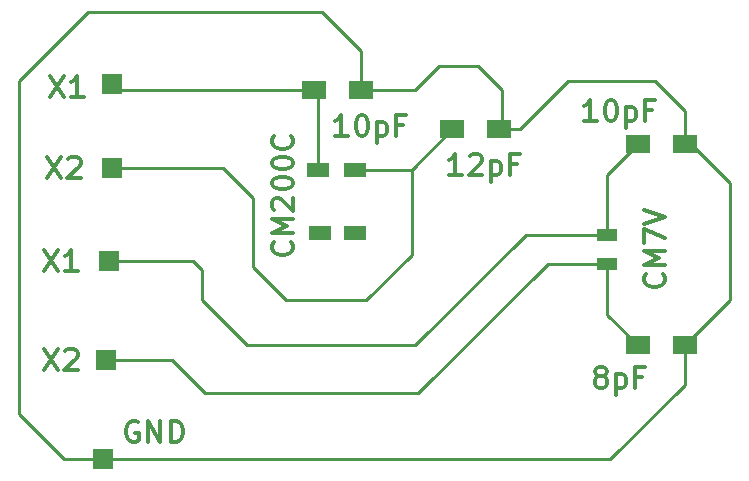
<source format=gbr>
G04 #@! TF.FileFunction,Copper,L1,Top,Signal*
%FSLAX46Y46*%
G04 Gerber Fmt 4.6, Leading zero omitted, Abs format (unit mm)*
G04 Created by KiCad (PCBNEW 4.0.7) date 04/13/18 15:40:30*
%MOMM*%
%LPD*%
G01*
G04 APERTURE LIST*
%ADD10C,0.100000*%
%ADD11C,0.300000*%
%ADD12R,2.000000X1.600000*%
%ADD13R,1.900000X1.300000*%
%ADD14R,1.800000X1.100000*%
%ADD15R,1.700000X1.700000*%
%ADD16C,0.250000*%
G04 APERTURE END LIST*
D10*
D11*
X145948572Y-128386000D02*
X145777143Y-128300286D01*
X145520000Y-128300286D01*
X145262857Y-128386000D01*
X145091429Y-128557429D01*
X145005714Y-128728857D01*
X144920000Y-129071714D01*
X144920000Y-129328857D01*
X145005714Y-129671714D01*
X145091429Y-129843143D01*
X145262857Y-130014571D01*
X145520000Y-130100286D01*
X145691429Y-130100286D01*
X145948572Y-130014571D01*
X146034286Y-129928857D01*
X146034286Y-129328857D01*
X145691429Y-129328857D01*
X146805714Y-130100286D02*
X146805714Y-128300286D01*
X147834286Y-130100286D01*
X147834286Y-128300286D01*
X148691428Y-130100286D02*
X148691428Y-128300286D01*
X149120000Y-128300286D01*
X149377143Y-128386000D01*
X149548571Y-128557429D01*
X149634286Y-128728857D01*
X149720000Y-129071714D01*
X149720000Y-129328857D01*
X149634286Y-129671714D01*
X149548571Y-129843143D01*
X149377143Y-130014571D01*
X149120000Y-130100286D01*
X148691428Y-130100286D01*
X137988857Y-122204286D02*
X139188857Y-124004286D01*
X139188857Y-122204286D02*
X137988857Y-124004286D01*
X139788857Y-122375714D02*
X139874571Y-122290000D01*
X140046000Y-122204286D01*
X140474571Y-122204286D01*
X140646000Y-122290000D01*
X140731714Y-122375714D01*
X140817429Y-122547143D01*
X140817429Y-122718571D01*
X140731714Y-122975714D01*
X139703143Y-124004286D01*
X140817429Y-124004286D01*
X137988857Y-113822286D02*
X139188857Y-115622286D01*
X139188857Y-113822286D02*
X137988857Y-115622286D01*
X140817429Y-115622286D02*
X139788857Y-115622286D01*
X140303143Y-115622286D02*
X140303143Y-113822286D01*
X140131714Y-114079429D01*
X139960286Y-114250857D01*
X139788857Y-114336571D01*
X138242857Y-105948286D02*
X139442857Y-107748286D01*
X139442857Y-105948286D02*
X138242857Y-107748286D01*
X140042857Y-106119714D02*
X140128571Y-106034000D01*
X140300000Y-105948286D01*
X140728571Y-105948286D01*
X140900000Y-106034000D01*
X140985714Y-106119714D01*
X141071429Y-106291143D01*
X141071429Y-106462571D01*
X140985714Y-106719714D01*
X139957143Y-107748286D01*
X141071429Y-107748286D01*
X138496857Y-99090286D02*
X139696857Y-100890286D01*
X139696857Y-99090286D02*
X138496857Y-100890286D01*
X141325429Y-100890286D02*
X140296857Y-100890286D01*
X140811143Y-100890286D02*
X140811143Y-99090286D01*
X140639714Y-99347429D01*
X140468286Y-99518857D01*
X140296857Y-99604571D01*
X173331429Y-107494286D02*
X172302857Y-107494286D01*
X172817143Y-107494286D02*
X172817143Y-105694286D01*
X172645714Y-105951429D01*
X172474286Y-106122857D01*
X172302857Y-106208571D01*
X174017143Y-105865714D02*
X174102857Y-105780000D01*
X174274286Y-105694286D01*
X174702857Y-105694286D01*
X174874286Y-105780000D01*
X174960000Y-105865714D01*
X175045715Y-106037143D01*
X175045715Y-106208571D01*
X174960000Y-106465714D01*
X173931429Y-107494286D01*
X175045715Y-107494286D01*
X175817143Y-106294286D02*
X175817143Y-108094286D01*
X175817143Y-106380000D02*
X175988572Y-106294286D01*
X176331429Y-106294286D01*
X176502858Y-106380000D01*
X176588572Y-106465714D01*
X176674286Y-106637143D01*
X176674286Y-107151429D01*
X176588572Y-107322857D01*
X176502858Y-107408571D01*
X176331429Y-107494286D01*
X175988572Y-107494286D01*
X175817143Y-107408571D01*
X178045714Y-106551429D02*
X177445714Y-106551429D01*
X177445714Y-107494286D02*
X177445714Y-105694286D01*
X178302857Y-105694286D01*
X163679429Y-104192286D02*
X162650857Y-104192286D01*
X163165143Y-104192286D02*
X163165143Y-102392286D01*
X162993714Y-102649429D01*
X162822286Y-102820857D01*
X162650857Y-102906571D01*
X164793715Y-102392286D02*
X164965143Y-102392286D01*
X165136572Y-102478000D01*
X165222286Y-102563714D01*
X165308000Y-102735143D01*
X165393715Y-103078000D01*
X165393715Y-103506571D01*
X165308000Y-103849429D01*
X165222286Y-104020857D01*
X165136572Y-104106571D01*
X164965143Y-104192286D01*
X164793715Y-104192286D01*
X164622286Y-104106571D01*
X164536572Y-104020857D01*
X164450857Y-103849429D01*
X164365143Y-103506571D01*
X164365143Y-103078000D01*
X164450857Y-102735143D01*
X164536572Y-102563714D01*
X164622286Y-102478000D01*
X164793715Y-102392286D01*
X166165143Y-102992286D02*
X166165143Y-104792286D01*
X166165143Y-103078000D02*
X166336572Y-102992286D01*
X166679429Y-102992286D01*
X166850858Y-103078000D01*
X166936572Y-103163714D01*
X167022286Y-103335143D01*
X167022286Y-103849429D01*
X166936572Y-104020857D01*
X166850858Y-104106571D01*
X166679429Y-104192286D01*
X166336572Y-104192286D01*
X166165143Y-104106571D01*
X168393714Y-103249429D02*
X167793714Y-103249429D01*
X167793714Y-104192286D02*
X167793714Y-102392286D01*
X168650857Y-102392286D01*
X158884857Y-113162857D02*
X158970571Y-113248571D01*
X159056286Y-113505714D01*
X159056286Y-113677143D01*
X158970571Y-113934286D01*
X158799143Y-114105714D01*
X158627714Y-114191429D01*
X158284857Y-114277143D01*
X158027714Y-114277143D01*
X157684857Y-114191429D01*
X157513429Y-114105714D01*
X157342000Y-113934286D01*
X157256286Y-113677143D01*
X157256286Y-113505714D01*
X157342000Y-113248571D01*
X157427714Y-113162857D01*
X159056286Y-112391429D02*
X157256286Y-112391429D01*
X158542000Y-111791429D01*
X157256286Y-111191429D01*
X159056286Y-111191429D01*
X157427714Y-110420000D02*
X157342000Y-110334286D01*
X157256286Y-110162857D01*
X157256286Y-109734286D01*
X157342000Y-109562857D01*
X157427714Y-109477143D01*
X157599143Y-109391428D01*
X157770571Y-109391428D01*
X158027714Y-109477143D01*
X159056286Y-110505714D01*
X159056286Y-109391428D01*
X157256286Y-108277142D02*
X157256286Y-108105714D01*
X157342000Y-107934285D01*
X157427714Y-107848571D01*
X157599143Y-107762857D01*
X157942000Y-107677142D01*
X158370571Y-107677142D01*
X158713429Y-107762857D01*
X158884857Y-107848571D01*
X158970571Y-107934285D01*
X159056286Y-108105714D01*
X159056286Y-108277142D01*
X158970571Y-108448571D01*
X158884857Y-108534285D01*
X158713429Y-108620000D01*
X158370571Y-108705714D01*
X157942000Y-108705714D01*
X157599143Y-108620000D01*
X157427714Y-108534285D01*
X157342000Y-108448571D01*
X157256286Y-108277142D01*
X157256286Y-106562856D02*
X157256286Y-106391428D01*
X157342000Y-106219999D01*
X157427714Y-106134285D01*
X157599143Y-106048571D01*
X157942000Y-105962856D01*
X158370571Y-105962856D01*
X158713429Y-106048571D01*
X158884857Y-106134285D01*
X158970571Y-106219999D01*
X159056286Y-106391428D01*
X159056286Y-106562856D01*
X158970571Y-106734285D01*
X158884857Y-106819999D01*
X158713429Y-106905714D01*
X158370571Y-106991428D01*
X157942000Y-106991428D01*
X157599143Y-106905714D01*
X157427714Y-106819999D01*
X157342000Y-106734285D01*
X157256286Y-106562856D01*
X158884857Y-104162856D02*
X158970571Y-104248570D01*
X159056286Y-104505713D01*
X159056286Y-104677142D01*
X158970571Y-104934285D01*
X158799143Y-105105713D01*
X158627714Y-105191428D01*
X158284857Y-105277142D01*
X158027714Y-105277142D01*
X157684857Y-105191428D01*
X157513429Y-105105713D01*
X157342000Y-104934285D01*
X157256286Y-104677142D01*
X157256286Y-104505713D01*
X157342000Y-104248570D01*
X157427714Y-104162856D01*
X190380857Y-115892000D02*
X190466571Y-115977714D01*
X190552286Y-116234857D01*
X190552286Y-116406286D01*
X190466571Y-116663429D01*
X190295143Y-116834857D01*
X190123714Y-116920572D01*
X189780857Y-117006286D01*
X189523714Y-117006286D01*
X189180857Y-116920572D01*
X189009429Y-116834857D01*
X188838000Y-116663429D01*
X188752286Y-116406286D01*
X188752286Y-116234857D01*
X188838000Y-115977714D01*
X188923714Y-115892000D01*
X190552286Y-115120572D02*
X188752286Y-115120572D01*
X190038000Y-114520572D01*
X188752286Y-113920572D01*
X190552286Y-113920572D01*
X188752286Y-113234857D02*
X188752286Y-112034857D01*
X190552286Y-112806286D01*
X188752286Y-111606285D02*
X190552286Y-111006285D01*
X188752286Y-110406285D01*
X184932857Y-124499714D02*
X184761429Y-124414000D01*
X184675714Y-124328286D01*
X184590000Y-124156857D01*
X184590000Y-124071143D01*
X184675714Y-123899714D01*
X184761429Y-123814000D01*
X184932857Y-123728286D01*
X185275714Y-123728286D01*
X185447143Y-123814000D01*
X185532857Y-123899714D01*
X185618572Y-124071143D01*
X185618572Y-124156857D01*
X185532857Y-124328286D01*
X185447143Y-124414000D01*
X185275714Y-124499714D01*
X184932857Y-124499714D01*
X184761429Y-124585429D01*
X184675714Y-124671143D01*
X184590000Y-124842571D01*
X184590000Y-125185429D01*
X184675714Y-125356857D01*
X184761429Y-125442571D01*
X184932857Y-125528286D01*
X185275714Y-125528286D01*
X185447143Y-125442571D01*
X185532857Y-125356857D01*
X185618572Y-125185429D01*
X185618572Y-124842571D01*
X185532857Y-124671143D01*
X185447143Y-124585429D01*
X185275714Y-124499714D01*
X186390000Y-124328286D02*
X186390000Y-126128286D01*
X186390000Y-124414000D02*
X186561429Y-124328286D01*
X186904286Y-124328286D01*
X187075715Y-124414000D01*
X187161429Y-124499714D01*
X187247143Y-124671143D01*
X187247143Y-125185429D01*
X187161429Y-125356857D01*
X187075715Y-125442571D01*
X186904286Y-125528286D01*
X186561429Y-125528286D01*
X186390000Y-125442571D01*
X188618571Y-124585429D02*
X188018571Y-124585429D01*
X188018571Y-125528286D02*
X188018571Y-123728286D01*
X188875714Y-123728286D01*
X184761429Y-102922286D02*
X183732857Y-102922286D01*
X184247143Y-102922286D02*
X184247143Y-101122286D01*
X184075714Y-101379429D01*
X183904286Y-101550857D01*
X183732857Y-101636571D01*
X185875715Y-101122286D02*
X186047143Y-101122286D01*
X186218572Y-101208000D01*
X186304286Y-101293714D01*
X186390000Y-101465143D01*
X186475715Y-101808000D01*
X186475715Y-102236571D01*
X186390000Y-102579429D01*
X186304286Y-102750857D01*
X186218572Y-102836571D01*
X186047143Y-102922286D01*
X185875715Y-102922286D01*
X185704286Y-102836571D01*
X185618572Y-102750857D01*
X185532857Y-102579429D01*
X185447143Y-102236571D01*
X185447143Y-101808000D01*
X185532857Y-101465143D01*
X185618572Y-101293714D01*
X185704286Y-101208000D01*
X185875715Y-101122286D01*
X187247143Y-101722286D02*
X187247143Y-103522286D01*
X187247143Y-101808000D02*
X187418572Y-101722286D01*
X187761429Y-101722286D01*
X187932858Y-101808000D01*
X188018572Y-101893714D01*
X188104286Y-102065143D01*
X188104286Y-102579429D01*
X188018572Y-102750857D01*
X187932858Y-102836571D01*
X187761429Y-102922286D01*
X187418572Y-102922286D01*
X187247143Y-102836571D01*
X189475714Y-101979429D02*
X188875714Y-101979429D01*
X188875714Y-102922286D02*
X188875714Y-101122286D01*
X189732857Y-101122286D01*
D12*
X160814000Y-100330000D03*
X164814000Y-100330000D03*
X172498000Y-103632000D03*
X176498000Y-103632000D03*
X188246000Y-104902000D03*
X192246000Y-104902000D03*
X188246000Y-121920000D03*
X192246000Y-121920000D03*
D13*
X161214000Y-107028000D03*
X164314000Y-107028000D03*
X161314000Y-112428000D03*
X164314000Y-112428000D03*
D14*
X185674000Y-112592000D03*
X185674000Y-114992000D03*
D15*
X143764000Y-106934000D03*
X143510000Y-114808000D03*
X143256000Y-123190000D03*
X143002000Y-131572000D03*
X143764000Y-99822000D03*
D16*
X160814000Y-100330000D02*
X144272000Y-100330000D01*
X144272000Y-100330000D02*
X143764000Y-99822000D01*
X161214000Y-107028000D02*
X161214000Y-100730000D01*
X161214000Y-100730000D02*
X160814000Y-100330000D01*
X192246000Y-121920000D02*
X192246000Y-125254000D01*
X185928000Y-131572000D02*
X143002000Y-131572000D01*
X192246000Y-125254000D02*
X185928000Y-131572000D01*
X192246000Y-104902000D02*
X192786000Y-104902000D01*
X192786000Y-104902000D02*
X196088000Y-108204000D01*
X196088000Y-118078000D02*
X192246000Y-121920000D01*
X196088000Y-108204000D02*
X196088000Y-118078000D01*
X164814000Y-100330000D02*
X164814000Y-96996000D01*
X164814000Y-96996000D02*
X161544000Y-93726000D01*
X161544000Y-93726000D02*
X141732000Y-93726000D01*
X141732000Y-93726000D02*
X135890000Y-99568000D01*
X135890000Y-99568000D02*
X135890000Y-127762000D01*
X135890000Y-127762000D02*
X139700000Y-131572000D01*
X139700000Y-131572000D02*
X143002000Y-131572000D01*
X176498000Y-103632000D02*
X178308000Y-103632000D01*
X192246000Y-102076000D02*
X192246000Y-104902000D01*
X189738000Y-99568000D02*
X192246000Y-102076000D01*
X182372000Y-99568000D02*
X189738000Y-99568000D01*
X178308000Y-103632000D02*
X182372000Y-99568000D01*
X164814000Y-100330000D02*
X169418000Y-100330000D01*
X176784000Y-100330000D02*
X176784000Y-103346000D01*
X174752000Y-98298000D02*
X176784000Y-100330000D01*
X171450000Y-98298000D02*
X174752000Y-98298000D01*
X169418000Y-100330000D02*
X171450000Y-98298000D01*
X176784000Y-103346000D02*
X176498000Y-103632000D01*
X169102000Y-107028000D02*
X169102000Y-114238000D01*
X153162000Y-106934000D02*
X143764000Y-106934000D01*
X155702000Y-109474000D02*
X153162000Y-106934000D01*
X155702000Y-115316000D02*
X155702000Y-109474000D01*
X158496000Y-118110000D02*
X155702000Y-115316000D01*
X165230000Y-118110000D02*
X158496000Y-118110000D01*
X169102000Y-114238000D02*
X165230000Y-118110000D01*
X164314000Y-107028000D02*
X169102000Y-107028000D01*
X169102000Y-107028000D02*
X172498000Y-103632000D01*
X185674000Y-112592000D02*
X178746000Y-112592000D01*
X150622000Y-114808000D02*
X143510000Y-114808000D01*
X151384000Y-115570000D02*
X150622000Y-114808000D01*
X151384000Y-118110000D02*
X151384000Y-115570000D01*
X155194000Y-121920000D02*
X151384000Y-118110000D01*
X169418000Y-121920000D02*
X155194000Y-121920000D01*
X178746000Y-112592000D02*
X169418000Y-121920000D01*
X185674000Y-112592000D02*
X185674000Y-107474000D01*
X185674000Y-107474000D02*
X188246000Y-104902000D01*
X185674000Y-114992000D02*
X185674000Y-119348000D01*
X185674000Y-119348000D02*
X188246000Y-121920000D01*
X185674000Y-114992000D02*
X180664000Y-114992000D01*
X148844000Y-123190000D02*
X143256000Y-123190000D01*
X151638000Y-125984000D02*
X148844000Y-123190000D01*
X169672000Y-125984000D02*
X151638000Y-125984000D01*
X180664000Y-114992000D02*
X169672000Y-125984000D01*
M02*

</source>
